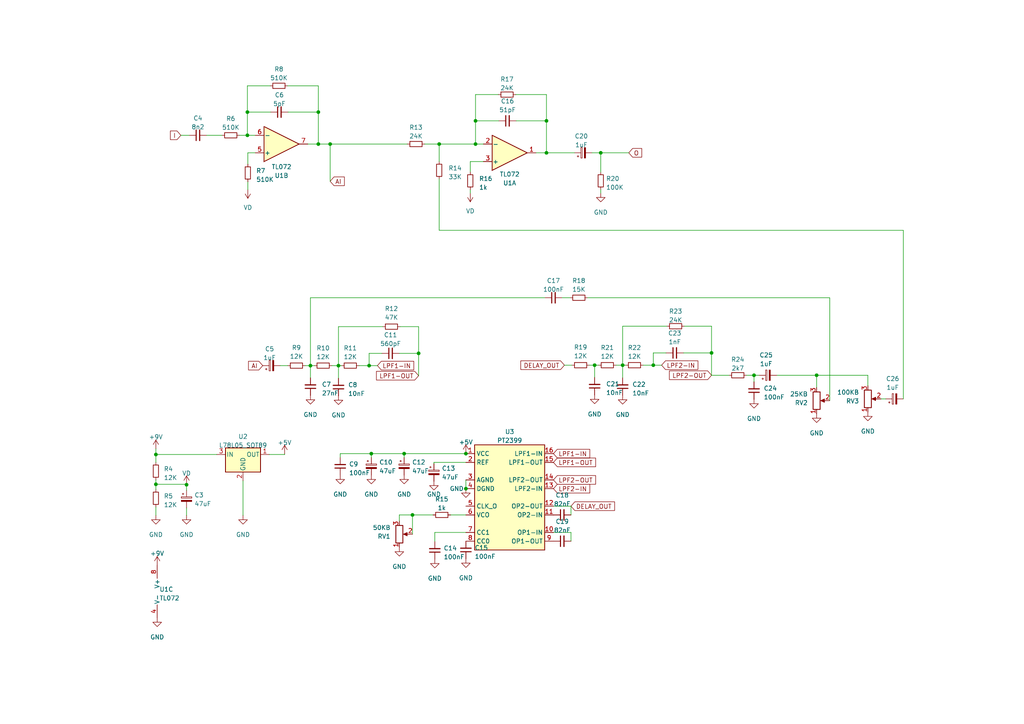
<source format=kicad_sch>
(kicad_sch (version 20230121) (generator eeschema)
  (paper "A4")
  (title_block (rev "${GIT_VERSION}"))
  (lib_symbols
    (symbol "Amplifier_Operational:TL072" (pin_names (offset 0.127))
      (property "Reference" "U" (at 0 5.08 0))
      (property "Value" "TL072" (at 0 -5.08 0))
      (symbol "TL072_1_1"
        (polyline (pts (xy -5.08 5.08) (xy 5.08 0) (xy -5.08 -5.08) (xy -5.08 5.08)) (stroke (width 0.254)) (fill (type background)))
        (pin output line (at 7.62 0 180) (length 2.54) (name "~") (number "1"))
        (pin input line (at -7.62 -2.54 0) (length 2.54) (name "-") (number "2"))
        (pin input line (at -7.62 2.54 0) (length 2.54) (name "+") (number "3"))
      )
      (symbol "TL072_2_1"
        (polyline (pts (xy -5.08 5.08) (xy 5.08 0) (xy -5.08 -5.08) (xy -5.08 5.08)) (stroke (width 0.254)) (fill (type background)))
        (pin input line (at -7.62 2.54 0) (length 2.54) (name "+") (number "5"))
        (pin input line (at -7.62 -2.54 0) (length 2.54) (name "-") (number "6"))
        (pin output line (at 7.62 0 180) (length 2.54) (name "~") (number "7"))
      )
      (symbol "TL072_3_1"
        (pin power_in line (at -2.54 -7.62 90) (length 3.81) (name "V-") (number "4"))
        (pin power_in line (at -2.54 7.62 270) (length 3.81) (name "V+") (number "8"))
      )
    )
    (symbol "Audio:PT2399"
      (property "Reference" "U" (at 0 17.78 0))
      (property "Value" "PT2399" (at 0 -17.78 0))
      (symbol "PT2399_0_1"
        (rectangle (start -10.16 15.24) (end 10.16 -15.24) (stroke (width 0.254)) (fill (type background)))
      )
      (symbol "PT2399_1_1"
        (pin power_in line (at -12.7 12.7 0) (length 2.54) (name "VCC") (number "1"))
        (pin input line (at 12.7 -10.16 180) (length 2.54) (name "OP1-IN") (number "10"))
        (pin input line (at 12.7 -5.08 180) (length 2.54) (name "OP2-IN") (number "11"))
        (pin output line (at 12.7 -2.54 180) (length 2.54) (name "OP2-OUT") (number "12"))
        (pin input line (at 12.7 2.54 180) (length 2.54) (name "LPF2-IN") (number "13"))
        (pin output line (at 12.7 5.08 180) (length 2.54) (name "LPF2-OUT") (number "14"))
        (pin output line (at 12.7 10.16 180) (length 2.54) (name "LPF1-OUT") (number "15"))
        (pin input line (at 12.7 12.7 180) (length 2.54) (name "LPF1-IN") (number "16"))
        (pin passive line (at -12.7 10.16 0) (length 2.54) (name "REF") (number "2"))
        (pin power_in line (at -12.7 5.08 0) (length 2.54) (name "AGND") (number "3"))
        (pin power_in line (at -12.7 2.54 0) (length 2.54) (name "DGND") (number "4"))
        (pin passive line (at -12.7 -2.54 0) (length 2.54) (name "CLK_O") (number "5"))
        (pin passive line (at -12.7 -5.08 0) (length 2.54) (name "VCO") (number "6"))
        (pin passive line (at -12.7 -10.16 0) (length 2.54) (name "CC1") (number "7"))
        (pin passive line (at -12.7 -12.7 0) (length 2.54) (name "CC0") (number "8"))
        (pin output line (at 12.7 -12.7 180) (length 2.54) (name "OP1-OUT") (number "9"))
      )
    )
    (symbol "Device:C_Polarized_Small" (pin_numbers hide) (pin_names (offset 0.254) hide)
      (property "Reference" "C" (at 0.254 1.778 0))
      (property "Value" "C_Polarized_Small" (at 0.254 -2.032 0))
      (symbol "C_Polarized_Small_0_1"
        (rectangle (start -1.524 -0.3048) (end 1.524 -0.6858) (fill (type outline)))
        (rectangle (start -1.524 0.6858) (end 1.524 0.3048))
        (polyline (pts (xy -1.27 1.524) (xy -0.762 1.524)))
        (polyline (pts (xy -1.016 1.27) (xy -1.016 1.778)))
      )
      (symbol "C_Polarized_Small_1_1"
        (pin passive line (at 0 2.54 270) (length 1.8542) (name "~") (number "1"))
        (pin passive line (at 0 -2.54 90) (length 1.8542) (name "~") (number "2"))
      )
    )
    (symbol "Device:C_Small" (pin_numbers hide) (pin_names (offset 0.254) hide)
      (property "Reference" "C" (at 0.254 1.778 0))
      (property "Value" "C_Small" (at 0.254 -2.032 0))
      (symbol "C_Small_0_1"
        (polyline (pts (xy -1.524 -0.508) (xy 1.524 -0.508)) (stroke (width 0.3302)))
        (polyline (pts (xy -1.524 0.508) (xy 1.524 0.508)) (stroke (width 0.3048)))
      )
      (symbol "C_Small_1_1"
        (pin passive line (at 0 2.54 270) (length 2.032) (name "~") (number "1"))
        (pin passive line (at 0 -2.54 90) (length 2.032) (name "~") (number "2"))
      )
    )
    (symbol "Device:R_Potentiometer" (pin_names (offset 1.016) hide)
      (property "Reference" "RV" (at -4.445 0 90))
      (property "Value" "R_Potentiometer" (at -2.54 0 90))
      (symbol "R_Potentiometer_0_1"
        (polyline (pts (xy 2.54 0) (xy 1.524 0)))
        (polyline (pts (xy 1.143 0) (xy 2.286 0.508) (xy 2.286 -0.508) (xy 1.143 0)) (fill (type outline)))
        (rectangle (start 1.016 2.54) (end -1.016 -2.54) (stroke (width 0.254)))
      )
      (symbol "R_Potentiometer_1_1"
        (pin passive line (at 0 3.81 270) (length 1.27) (name "1") (number "1"))
        (pin passive line (at 3.81 0 180) (length 1.27) (name "2") (number "2"))
        (pin passive line (at 0 -3.81 90) (length 1.27) (name "3") (number "3"))
      )
    )
    (symbol "Device:R_Small" (pin_numbers hide) (pin_names (offset 0.254) hide)
      (property "Reference" "R" (at 0.762 0.508 0))
      (property "Value" "R_Small" (at 0.762 -1.016 0))
      (symbol "R_Small_0_1"
        (rectangle (start -0.762 1.778) (end 0.762 -1.778) (stroke (width 0.2032)))
      )
      (symbol "R_Small_1_1"
        (pin passive line (at 0 2.54 270) (length 0.762) (name "~") (number "1"))
        (pin passive line (at 0 -2.54 90) (length 0.762) (name "~") (number "2"))
      )
    )
    (symbol "Regulator_Linear:L78L05_SOT89" (pin_names (offset 0.254))
      (property "Reference" "U" (at -3.81 3.175 0))
      (property "Value" "L78L05_SOT89" (at -0.635 3.175 0))
      (symbol "L78L05_SOT89_0_1"
        (rectangle (start -5.08 1.905) (end 5.08 -5.08) (stroke (width 0.254)) (fill (type background)))
      )
      (symbol "L78L05_SOT89_1_1"
        (pin power_out line (at 7.62 0 180) (length 2.54) (name "OUT") (number "1"))
        (pin power_in line (at 0 -7.62 90) (length 2.54) (name "GND") (number "2"))
        (pin power_in line (at -7.62 0 0) (length 2.54) (name "IN") (number "3"))
      )
    )
    (symbol "power:+5V" (power) (pin_names (offset 0))
      (property "Value" "+5V" (at 0 3.556 0))
      (symbol "+5V_0_1"
        (polyline (pts (xy -0.762 1.27) (xy 0 2.54)))
        (polyline (pts (xy 0 0) (xy 0 2.54)))
        (polyline (pts (xy 0 2.54) (xy 0.762 1.27)))
      )
      (symbol "+5V_1_1"
        (pin power_in line (at 0 0 90) (length 0) hide (name "+5V") (number "1"))
      )
    )
    (symbol "power:+9V" (power) (pin_names (offset 0))
      (property "Value" "+9V" (at 0 3.556 0))
      (symbol "+9V_0_1"
        (polyline (pts (xy -0.762 1.27) (xy 0 2.54)))
        (polyline (pts (xy 0 0) (xy 0 2.54)))
        (polyline (pts (xy 0 2.54) (xy 0.762 1.27)))
      )
      (symbol "+9V_1_1"
        (pin power_in line (at 0 0 90) (length 0) hide (name "+9V") (number "1"))
      )
    )
    (symbol "power:GND" (power) (pin_names (offset 0))
      (property "Value" "GND" (at 0 -3.81 0))
      (symbol "GND_0_1"
        (polyline (pts (xy 0 0) (xy 0 -1.27) (xy 1.27 -1.27) (xy 0 -2.54) (xy -1.27 -1.27) (xy 0 -1.27)))
      )
      (symbol "GND_1_1"
        (pin power_in line (at 0 0 270) (length 0) hide (name "GND") (number "1"))
      )
    )
    (symbol "power:VD" (power) (pin_names (offset 0))
      (property "Value" "VD" (at 0 3.81 0))
      (symbol "VD_0_1"
        (polyline (pts (xy -0.762 1.27) (xy 0 2.54)))
        (polyline (pts (xy 0 0) (xy 0 2.54)))
        (polyline (pts (xy 0 2.54) (xy 0.762 1.27)))
      )
      (symbol "VD_1_1"
        (pin power_in line (at 0 0 90) (length 0) hide (name "VD") (number "1"))
      )
    )
  )
  (junction (at 119.634 149.352))
  (junction (at 158.496 35.052))
  (junction (at 117.221 131.572))
  (junction (at 95.758 41.783))
  (junction (at 45.212 131.826))
  (junction (at 71.755 32.512))
  (junction (at 135.128 141.732))
  (junction (at 180.594 105.918))
  (junction (at 90.043 106.045))
  (junction (at 121.412 102.489))
  (junction (at 236.855 108.839))
  (junction (at 189.484 105.918))
  (junction (at 172.466 105.918))
  (junction (at 107.061 106.045))
  (junction (at 174.244 44.323))
  (junction (at 135.128 131.572))
  (junction (at 98.171 106.045))
  (junction (at 218.694 108.839))
  (junction (at 71.755 39.243))
  (junction (at 127.381 41.783))
  (junction (at 206.375 102.362))
  (junction (at 92.329 41.783))
  (junction (at 137.922 41.783))
  (junction (at 54.102 140.589))
  (junction (at 45.212 140.462))
  (junction (at 92.329 32.512))
  (junction (at 158.496 44.323))
  (junction (at 107.696 131.572))
  (junction (at 137.922 35.052))
  (wire (pts (xy 137.922 41.783) (xy 140.208 41.783)))
  (wire (pts (xy 74.041 44.323) (xy 71.882 44.323)))
  (wire (pts (xy 54.102 140.589) (xy 54.102 140.462)))
  (wire (pts (xy 149.733 35.052) (xy 158.496 35.052)))
  (wire (pts (xy 251.714 108.839) (xy 251.714 111.887)))
  (wire (pts (xy 95.758 41.783) (xy 118.11 41.783)))
  (wire (pts (xy 69.469 39.243) (xy 71.755 39.243)))
  (wire (pts (xy 171.704 44.323) (xy 174.244 44.323)))
  (wire (pts (xy 71.755 24.892) (xy 71.755 32.512)))
  (wire (pts (xy 96.266 106.045) (xy 98.171 106.045)))
  (wire (pts (xy 149.606 27.432) (xy 158.496 27.432)))
  (wire (pts (xy 136.398 46.863) (xy 136.398 49.911)))
  (wire (pts (xy 104.14 106.045) (xy 107.061 106.045)))
  (wire (pts (xy 186.563 105.918) (xy 189.484 105.918)))
  (wire (pts (xy 126.111 154.432) (xy 126.111 157.099)))
  (wire (pts (xy 225.298 108.839) (xy 236.855 108.839)))
  (wire (pts (xy 140.208 46.863) (xy 136.398 46.863)))
  (wire (pts (xy 98.171 106.045) (xy 98.171 109.728)))
  (wire (pts (xy 92.329 32.512) (xy 92.329 41.783)))
  (wire (pts (xy 193.421 94.615) (xy 180.594 94.615)))
  (wire (pts (xy 78.359 24.892) (xy 71.755 24.892)))
  (wire (pts (xy 157.988 86.36) (xy 90.043 86.36)))
  (wire (pts (xy 135.128 134.112) (xy 125.857 134.112)))
  (wire (pts (xy 71.882 52.705) (xy 71.882 54.991)))
  (wire (pts (xy 78.486 32.512) (xy 71.755 32.512)))
  (wire (pts (xy 130.683 149.352) (xy 135.128 149.352)))
  (wire (pts (xy 136.398 54.991) (xy 136.398 56.007)))
  (wire (pts (xy 115.824 149.352) (xy 115.824 151.13)))
  (wire (pts (xy 160.528 154.432) (xy 165.608 154.432)))
  (wire (pts (xy 125.603 149.352) (xy 119.634 149.352)))
  (wire (pts (xy 158.496 44.323) (xy 166.624 44.323)))
  (wire (pts (xy 206.375 94.615) (xy 206.375 102.362)))
  (wire (pts (xy 165.608 146.812) (xy 165.608 149.352)))
  (wire (pts (xy 115.824 102.489) (xy 121.412 102.489)))
  (wire (pts (xy 198.247 102.362) (xy 206.375 102.362)))
  (wire (pts (xy 98.679 132.715) (xy 98.679 131.572)))
  (wire (pts (xy 71.755 32.512) (xy 71.755 39.243)))
  (wire (pts (xy 90.043 106.045) (xy 91.186 106.045)))
  (wire (pts (xy 70.485 139.446) (xy 70.485 149.479)))
  (wire (pts (xy 127.381 41.783) (xy 127.381 46.863)))
  (wire (pts (xy 178.689 105.918) (xy 180.594 105.918)))
  (wire (pts (xy 54.102 142.24) (xy 54.102 140.589)))
  (wire (pts (xy 45.212 131.826) (xy 62.865 131.826)))
  (wire (pts (xy 125.857 134.112) (xy 125.857 134.493)))
  (wire (pts (xy 165.608 154.432) (xy 165.608 156.972)))
  (wire (pts (xy 116.078 94.742) (xy 121.412 94.742)))
  (wire (pts (xy 107.696 131.572) (xy 107.696 132.715)))
  (wire (pts (xy 82.55 131.826) (xy 82.55 131.699)))
  (wire (pts (xy 98.679 131.572) (xy 107.696 131.572)))
  (wire (pts (xy 98.171 106.045) (xy 99.06 106.045)))
  (wire (pts (xy 172.466 105.918) (xy 173.609 105.918)))
  (wire (pts (xy 172.466 105.918) (xy 172.466 109.474)))
  (wire (pts (xy 117.221 131.572) (xy 135.128 131.572)))
  (wire (pts (xy 45.212 139.192) (xy 45.212 140.462)))
  (wire (pts (xy 218.694 108.839) (xy 218.694 110.744)))
  (wire (pts (xy 92.329 24.892) (xy 92.329 32.512)))
  (wire (pts (xy 137.922 27.432) (xy 137.922 35.052)))
  (wire (pts (xy 262.001 115.697) (xy 262.001 66.802)))
  (wire (pts (xy 158.496 44.323) (xy 158.496 35.052)))
  (wire (pts (xy 236.855 108.839) (xy 236.855 112.395)))
  (wire (pts (xy 216.535 108.839) (xy 218.694 108.839)))
  (wire (pts (xy 135.128 139.192) (xy 135.128 141.732)))
  (wire (pts (xy 92.329 41.783) (xy 89.281 41.783)))
  (wire (pts (xy 137.922 35.052) (xy 137.922 41.783)))
  (wire (pts (xy 110.744 102.489) (xy 107.061 102.489)))
  (wire (pts (xy 71.882 44.323) (xy 71.882 47.625)))
  (wire (pts (xy 155.448 44.323) (xy 158.496 44.323)))
  (wire (pts (xy 262.001 66.802) (xy 127.381 66.802)))
  (wire (pts (xy 240.665 86.36) (xy 170.434 86.36)))
  (wire (pts (xy 59.944 39.243) (xy 64.389 39.243)))
  (wire (pts (xy 54.102 140.462) (xy 45.212 140.462)))
  (wire (pts (xy 198.501 94.615) (xy 206.375 94.615)))
  (wire (pts (xy 163.703 105.918) (xy 165.862 105.918)))
  (wire (pts (xy 180.594 94.615) (xy 180.594 105.918)))
  (wire (pts (xy 174.244 44.323) (xy 174.244 49.911)))
  (wire (pts (xy 123.19 41.783) (xy 127.381 41.783)))
  (wire (pts (xy 98.171 94.742) (xy 98.171 106.045)))
  (wire (pts (xy 52.451 39.243) (xy 54.864 39.243)))
  (wire (pts (xy 240.665 116.205) (xy 240.665 86.36)))
  (wire (pts (xy 117.221 131.572) (xy 117.221 132.715)))
  (wire (pts (xy 206.375 102.362) (xy 206.375 108.839)))
  (wire (pts (xy 189.484 105.918) (xy 191.897 105.918)))
  (wire (pts (xy 189.484 102.362) (xy 189.484 105.918)))
  (wire (pts (xy 163.068 86.36) (xy 165.354 86.36)))
  (wire (pts (xy 90.043 106.045) (xy 90.043 109.601)))
  (wire (pts (xy 121.412 102.489) (xy 121.412 108.966)))
  (wire (pts (xy 255.524 115.697) (xy 256.921 115.697)))
  (wire (pts (xy 107.061 102.489) (xy 107.061 106.045)))
  (wire (pts (xy 218.694 108.839) (xy 220.218 108.839)))
  (wire (pts (xy 206.375 108.839) (xy 211.455 108.839)))
  (wire (pts (xy 78.105 131.826) (xy 82.55 131.826)))
  (wire (pts (xy 193.167 102.362) (xy 189.484 102.362)))
  (wire (pts (xy 127.381 66.802) (xy 127.381 51.943)))
  (wire (pts (xy 45.212 130.175) (xy 45.212 131.826)))
  (wire (pts (xy 160.528 146.812) (xy 165.608 146.812)))
  (wire (pts (xy 144.653 35.052) (xy 137.922 35.052)))
  (wire (pts (xy 83.566 32.512) (xy 92.329 32.512)))
  (wire (pts (xy 119.634 149.352) (xy 115.824 149.352)))
  (wire (pts (xy 127.381 41.783) (xy 137.922 41.783)))
  (wire (pts (xy 174.244 56.007) (xy 174.244 54.991)))
  (wire (pts (xy 88.519 106.045) (xy 90.043 106.045)))
  (wire (pts (xy 180.594 105.918) (xy 181.483 105.918)))
  (wire (pts (xy 54.102 147.32) (xy 54.102 149.479)))
  (wire (pts (xy 174.244 44.323) (xy 182.372 44.323)))
  (wire (pts (xy 81.28 106.045) (xy 83.439 106.045)))
  (wire (pts (xy 95.758 52.578) (xy 95.758 41.783)))
  (wire (pts (xy 180.594 105.918) (xy 180.594 109.601)))
  (wire (pts (xy 144.526 27.432) (xy 137.922 27.432)))
  (wire (pts (xy 119.634 149.352) (xy 119.634 154.94)))
  (wire (pts (xy 90.043 86.36) (xy 90.043 106.045)))
  (wire (pts (xy 45.212 140.462) (xy 45.212 141.986)))
  (wire (pts (xy 71.755 39.243) (xy 74.041 39.243)))
  (wire (pts (xy 83.439 24.892) (xy 92.329 24.892)))
  (wire (pts (xy 158.496 27.432) (xy 158.496 35.052)))
  (wire (pts (xy 45.212 147.066) (xy 45.212 149.479)))
  (wire (pts (xy 107.061 106.045) (xy 109.474 106.045)))
  (wire (pts (xy 236.855 108.839) (xy 251.714 108.839)))
  (wire (pts (xy 45.212 131.826) (xy 45.212 134.112)))
  (wire (pts (xy 107.696 131.572) (xy 117.221 131.572)))
  (wire (pts (xy 135.128 154.432) (xy 126.111 154.432)))
  (wire (pts (xy 170.942 105.918) (xy 172.466 105.918)))
  (wire (pts (xy 121.412 94.742) (xy 121.412 102.489)))
  (wire (pts (xy 110.998 94.742) (xy 98.171 94.742)))
  (wire (pts (xy 92.329 41.783) (xy 95.758 41.783)))
  (global_label "I" (shape input) (at 52.451 39.243 180) (property "Intersheetrefs" "${INTERSHEET_REFS}" (effects hide)))
  (global_label "AI" (shape input) (at 76.2 106.045 180) (property "Intersheetrefs" "${INTERSHEET_REFS}" (effects hide)))
  (global_label "LPF1-IN" (shape input) (at 160.528 131.572 0) (property "Intersheetrefs" "${INTERSHEET_REFS}" (effects hide)))
  (global_label "DELAY_OUT" (shape input) (at 165.608 146.812 0) (property "Intersheetrefs" "${INTERSHEET_REFS}" (effects hide)))
  (global_label "LPF2-IN" (shape input) (at 191.897 105.918 0) (property "Intersheetrefs" "${INTERSHEET_REFS}" (effects hide)))
  (global_label "LPF1-IN" (shape input) (at 109.474 106.045 0) (property "Intersheetrefs" "${INTERSHEET_REFS}" (effects hide)))
  (global_label "O" (shape input) (at 182.372 44.323 0) (property "Intersheetrefs" "${INTERSHEET_REFS}" (effects hide)))
  (global_label "DELAY_OUT" (shape input) (at 163.703 105.918 180) (property "Intersheetrefs" "${INTERSHEET_REFS}" (effects hide)))
  (global_label "LPF1-OUT" (shape input) (at 121.412 108.966 180) (property "Intersheetrefs" "${INTERSHEET_REFS}" (effects hide)))
  (global_label "LPF1-OUT" (shape input) (at 160.528 134.112 0) (property "Intersheetrefs" "${INTERSHEET_REFS}" (effects hide)))
  (global_label "LPF2-OUT" (shape input) (at 160.528 139.192 0) (property "Intersheetrefs" "${INTERSHEET_REFS}" (effects hide)))
  (global_label "LPF2-OUT" (shape input) (at 206.375 108.839 180) (property "Intersheetrefs" "${INTERSHEET_REFS}" (effects hide)))
  (global_label "AI" (shape input) (at 95.758 52.578 0) (property "Intersheetrefs" "${INTERSHEET_REFS}" (effects hide)))
  (global_label "LPF2-IN" (shape input) (at 160.528 141.732 0) (property "Intersheetrefs" "${INTERSHEET_REFS}" (effects hide)))
  (symbol (lib_id "Device:C_Small") (at 163.068 149.352 90) (unit 1)
    (property "Reference" "C18" (at 163.0743 143.637 90))
    (property "Value" "82nF" (at 163.0743 146.177 90))
    (property "Footprint" "Capacitor_SMD:C_0805_2012Metric_Pad1.18x1.45mm_HandSolder" (effects hide))
  )
  (symbol (lib_id "Amplifier_Operational:TL072") (at 48.133 171.577 0) (unit 3)
    (property "Reference" "U1" (at 46.228 170.942 0) (effects (justify left)))
    (property "Value" "TL072" (at 46.228 173.482 0) (effects (justify left)))
    (property "Footprint" "Package_SO:SOIC-8_3.9x4.9mm_P1.27mm" (effects hide))
    (property "Datasheet" "http://www.ti.com/lit/ds/symlink/tl071.pdf" (effects hide))
  )
  (symbol (lib_id "Device:R_Small") (at 66.929 39.243 90) (unit 1)
    (property "Reference" "R6" (at 66.929 34.417 90))
    (property "Value" "510K" (at 66.929 36.957 90))
    (property "Footprint" "Resistor_SMD:R_0805_2012Metric_Pad1.20x1.40mm_HandSolder" (effects hide))
  )
  (symbol (lib_id "Device:C_Small") (at 98.171 112.268 180) (unit 1)
    (property "Reference" "C8" (at 100.965 111.6266 0) (effects (justify right)))
    (property "Value" "10nF" (at 100.965 114.1666 0) (effects (justify right)))
    (property "Footprint" "Capacitor_SMD:C_0805_2012Metric_Pad1.18x1.45mm_HandSolder" (effects hide))
  )
  (symbol (lib_id "Device:R_Small") (at 120.65 41.783 90) (unit 1)
    (property "Reference" "R13" (at 120.65 36.957 90))
    (property "Value" "24K" (at 120.65 39.497 90))
    (property "Footprint" "Resistor_SMD:R_0805_2012Metric_Pad1.20x1.40mm_HandSolder" (effects hide))
  )
  (symbol (lib_id "Device:C_Small") (at 126.111 159.639 180) (unit 1)
    (property "Reference" "C14" (at 128.651 158.9976 0) (effects (justify right)))
    (property "Value" "100nF" (at 128.651 161.5376 0) (effects (justify right)))
    (property "Footprint" "Capacitor_SMD:C_0805_2012Metric_Pad1.18x1.45mm_HandSolder" (effects hide))
  )
  (symbol (lib_id "Device:C_Small") (at 180.594 112.141 180) (unit 1)
    (property "Reference" "C22" (at 183.388 111.4996 0) (effects (justify right)))
    (property "Value" "10nF" (at 183.388 114.0396 0) (effects (justify right)))
    (property "Footprint" "Capacitor_SMD:C_0805_2012Metric_Pad1.18x1.45mm_HandSolder" (effects hide))
  )
  (symbol (lib_id "Device:R_Small") (at 113.538 94.742 90) (unit 1)
    (property "Reference" "R12" (at 113.538 89.535 90))
    (property "Value" "47K" (at 113.538 92.075 90))
    (property "Footprint" "Resistor_SMD:R_0805_2012Metric_Pad1.20x1.40mm_HandSolder" (effects hide))
  )
  (symbol (lib_id "Device:R_Small") (at 168.402 105.918 90) (unit 1)
    (property "Reference" "R19" (at 168.402 100.711 90))
    (property "Value" "12K" (at 168.402 103.251 90))
    (property "Footprint" "Resistor_SMD:R_0805_2012Metric_Pad1.20x1.40mm_HandSolder" (effects hide))
  )
  (symbol (lib_id "Device:C_Small") (at 160.528 86.36 90) (unit 1)
    (property "Reference" "C17" (at 160.5343 81.407 90))
    (property "Value" "100nF" (at 160.5343 83.947 90))
    (property "Footprint" "Capacitor_SMD:C_0805_2012Metric_Pad1.18x1.45mm_HandSolder" (effects hide))
  )
  (symbol (lib_id "power:+9V") (at 45.593 163.957 0) (unit 1)
    (property "Reference" "#PWR018" (effects hide))
    (property "Value" "+9V" (at 45.593 160.528 0))
  )
  (symbol (lib_id "power:GND") (at 236.855 120.015 0) (unit 1)
    (property "Reference" "#PWR041" (effects hide))
    (property "Value" "GND" (at 236.855 125.603 0))
  )
  (symbol (lib_id "Device:R_Small") (at 93.726 106.045 90) (unit 1)
    (property "Reference" "R10" (at 93.726 100.965 90))
    (property "Value" "12K" (at 93.726 103.505 90))
    (property "Footprint" "Resistor_SMD:R_0805_2012Metric_Pad1.20x1.40mm_HandSolder" (effects hide))
  )
  (symbol (lib_id "Device:C_Small") (at 163.068 156.972 90) (unit 1)
    (property "Reference" "C19" (at 163.0743 151.257 90))
    (property "Value" "82nF" (at 163.0743 153.797 90))
    (property "Footprint" "Capacitor_SMD:C_0805_2012Metric_Pad1.18x1.45mm_HandSolder" (effects hide))
  )
  (symbol (lib_id "Device:C_Polarized_Small") (at 125.857 137.033 0) (unit 1)
    (property "Reference" "C13" (at 128.143 135.8519 0) (effects (justify left)))
    (property "Value" "47uF" (at 128.143 138.3919 0) (effects (justify left)))
    (property "Footprint" "Capacitor_THT:CP_Radial_D5.0mm_P2.50mm" (effects hide))
  )
  (symbol (lib_id "Device:R_Small") (at 71.882 50.165 180) (unit 1)
    (property "Reference" "R7" (at 74.295 49.53 0) (effects (justify right)))
    (property "Value" "510K" (at 74.295 52.07 0) (effects (justify right)))
    (property "Footprint" "Resistor_SMD:R_0805_2012Metric_Pad1.20x1.40mm_HandSolder" (effects hide))
  )
  (symbol (lib_id "power:GND") (at 115.824 158.75 0) (unit 1)
    (property "Reference" "#PWR029" (effects hide))
    (property "Value" "GND" (at 115.824 164.338 0))
  )
  (symbol (lib_id "Device:R_Potentiometer") (at 236.855 116.205 0) (mirror x) (unit 1)
    (property "Reference" "RV2" (at 234.315 116.84 0) (effects (justify right)))
    (property "Value" "25KB" (at 234.315 114.3 0) (effects (justify right)))
    (property "Footprint" "Potentiometer_THT:Potentiometer_Alpha_RD901F-40-00D_Single_Vertical" (effects hide))
  )
  (symbol (lib_id "Device:R_Small") (at 213.995 108.839 90) (unit 1)
    (property "Reference" "R24" (at 213.995 104.267 90))
    (property "Value" "2k7" (at 213.995 106.807 90))
    (property "Footprint" "Resistor_SMD:R_0805_2012Metric_Pad1.20x1.40mm_HandSolder" (effects hide))
  )
  (symbol (lib_id "Device:C_Small") (at 218.694 113.284 180) (unit 1)
    (property "Reference" "C24" (at 221.488 112.6426 0) (effects (justify right)))
    (property "Value" "100nF" (at 221.488 115.1826 0) (effects (justify right)))
    (property "Footprint" "Capacitor_SMD:C_0805_2012Metric_Pad1.18x1.45mm_HandSolder" (effects hide))
  )
  (symbol (lib_id "power:VD") (at 71.882 54.991 180) (unit 1)
    (property "Reference" "#PWR023" (effects hide))
    (property "Value" "VD" (at 71.882 60.198 0))
  )
  (symbol (lib_id "power:GND") (at 218.694 115.824 0) (unit 1)
    (property "Reference" "#PWR040" (effects hide))
    (property "Value" "GND" (at 218.694 121.412 0))
  )
  (symbol (lib_id "Device:C_Small") (at 172.466 112.014 180) (unit 1)
    (property "Reference" "C21" (at 175.768 111.3726 0) (effects (justify right)))
    (property "Value" "10nF" (at 175.768 113.9126 0) (effects (justify right)))
    (property "Footprint" "Capacitor_SMD:C_0805_2012Metric_Pad1.18x1.45mm_HandSolder" (effects hide))
  )
  (symbol (lib_id "Regulator_Linear:L78L05_SOT89") (at 70.485 131.826 0) (unit 1)
    (property "Reference" "U2" (at 70.485 126.619 0))
    (property "Value" "L78L05_SOT89" (at 70.485 129.159 0))
    (property "Footprint" "Package_TO_SOT_SMD:SOT-89-3" (effects hide))
    (property "Datasheet" "http://www.st.com/content/ccc/resource/technical/document/datasheet/15/55/e5/aa/23/5b/43/fd/CD00000446.pdf/files/CD00000446.pdf/jcr:content/translations/en.CD00000446.pdf" (effects hide))
  )
  (symbol (lib_id "power:GND") (at 70.485 149.479 0) (unit 1)
    (property "Reference" "#PWR022" (effects hide))
    (property "Value" "GND" (at 70.485 155.067 0))
  )
  (symbol (lib_id "power:GND") (at 125.857 139.573 0) (unit 1)
    (property "Reference" "#PWR031" (effects hide))
    (property "Value" "GND" (at 125.857 143.383 0))
  )
  (symbol (lib_id "Device:C_Small") (at 90.043 112.141 180) (unit 1)
    (property "Reference" "C7" (at 93.345 111.4996 0) (effects (justify right)))
    (property "Value" "27nF" (at 93.345 114.0396 0) (effects (justify right)))
    (property "Footprint" "Capacitor_SMD:C_0805_2012Metric_Pad1.18x1.45mm_HandSolder" (effects hide))
  )
  (symbol (lib_id "power:VD") (at 54.102 140.589 0) (unit 1)
    (property "Reference" "#PWR020" (effects hide))
    (property "Value" "VD" (at 54.102 137.287 0))
  )
  (symbol (lib_id "Device:C_Small") (at 147.193 35.052 90) (unit 1)
    (property "Reference" "C16" (at 147.1993 29.337 90))
    (property "Value" "51pF" (at 147.1993 31.877 90))
    (property "Footprint" "Capacitor_SMD:C_0805_2012Metric_Pad1.18x1.45mm_HandSolder" (effects hide))
  )
  (symbol (lib_id "power:GND") (at 54.102 149.479 0) (unit 1)
    (property "Reference" "#PWR021" (effects hide))
    (property "Value" "GND" (at 54.102 155.067 0))
  )
  (symbol (lib_id "Device:C_Small") (at 135.128 159.512 180) (unit 1)
    (property "Reference" "C15" (at 137.668 158.8706 0) (effects (justify right)))
    (property "Value" "100nF" (at 137.668 161.4106 0) (effects (justify right)))
    (property "Footprint" "Capacitor_SMD:C_0805_2012Metric_Pad1.18x1.45mm_HandSolder" (effects hide))
  )
  (symbol (lib_id "Device:R_Small") (at 167.894 86.36 90) (unit 1)
    (property "Reference" "R18" (at 167.894 81.407 90))
    (property "Value" "15K" (at 167.894 83.947 90))
    (property "Footprint" "Resistor_SMD:R_0805_2012Metric_Pad1.20x1.40mm_HandSolder" (effects hide))
  )
  (symbol (lib_id "power:GND") (at 135.128 162.052 0) (unit 1)
    (property "Reference" "#PWR035" (effects hide))
    (property "Value" "GND" (at 135.128 167.64 0))
  )
  (symbol (lib_id "Device:R_Small") (at 176.149 105.918 90) (unit 1)
    (property "Reference" "R21" (at 176.149 100.838 90))
    (property "Value" "12K" (at 176.149 103.378 90))
    (property "Footprint" "Resistor_SMD:R_0805_2012Metric_Pad1.20x1.40mm_HandSolder" (effects hide))
  )
  (symbol (lib_id "Device:R_Small") (at 136.398 52.451 180) (unit 1)
    (property "Reference" "R16" (at 138.938 51.816 0) (effects (justify right)))
    (property "Value" "1k" (at 138.938 54.356 0) (effects (justify right)))
    (property "Footprint" "Resistor_SMD:R_0805_2012Metric_Pad1.20x1.40mm_HandSolder" (effects hide))
  )
  (symbol (lib_id "Device:C_Small") (at 113.284 102.489 90) (unit 1)
    (property "Reference" "C11" (at 113.2903 97.155 90))
    (property "Value" "560pF" (at 113.2903 99.695 90))
    (property "Footprint" "Capacitor_SMD:C_0805_2012Metric_Pad1.18x1.45mm_HandSolder" (effects hide))
  )
  (symbol (lib_id "Device:R_Small") (at 184.023 105.918 90) (unit 1)
    (property "Reference" "R22" (at 184.023 100.838 90))
    (property "Value" "12K" (at 184.023 103.378 90))
    (property "Footprint" "Resistor_SMD:R_0805_2012Metric_Pad1.20x1.40mm_HandSolder" (effects hide))
  )
  (symbol (lib_id "Device:R_Small") (at 174.244 52.451 180) (unit 1)
    (property "Reference" "R20" (at 175.768 51.816 0) (effects (justify right)))
    (property "Value" "100K" (at 175.768 54.356 0) (effects (justify right)))
    (property "Footprint" "Resistor_SMD:R_0805_2012Metric_Pad1.20x1.40mm_HandSolder" (effects hide))
  )
  (symbol (lib_id "power:GND") (at 135.128 141.732 0) (unit 1)
    (property "Reference" "#PWR034" (effects hide))
    (property "Value" "GND" (at 132.461 141.732 0))
  )
  (symbol (lib_id "Device:C_Polarized_Small") (at 107.696 135.255 0) (unit 1)
    (property "Reference" "C10" (at 109.982 134.0739 0) (effects (justify left)))
    (property "Value" "47uF" (at 109.982 136.6139 0) (effects (justify left)))
    (property "Footprint" "Capacitor_THT:CP_Radial_D5.0mm_P2.50mm" (effects hide))
  )
  (symbol (lib_id "power:+5V") (at 82.55 131.699 0) (unit 1)
    (property "Reference" "#PWR024" (effects hide))
    (property "Value" "+5V" (at 82.55 128.397 0))
  )
  (symbol (lib_id "Device:R_Small") (at 127.381 49.403 180) (unit 1)
    (property "Reference" "R14" (at 130.048 48.768 0) (effects (justify right)))
    (property "Value" "33K" (at 130.048 51.308 0) (effects (justify right)))
    (property "Footprint" "Resistor_SMD:R_0805_2012Metric_Pad1.20x1.40mm_HandSolder" (effects hide))
  )
  (symbol (lib_id "power:+9V") (at 45.212 130.175 0) (unit 1)
    (property "Reference" "#PWR016" (effects hide))
    (property "Value" "+9V" (at 45.212 126.746 0))
  )
  (symbol (lib_id "Device:R_Small") (at 195.961 94.615 90) (unit 1)
    (property "Reference" "R23" (at 195.961 90.297 90))
    (property "Value" "24K" (at 195.961 92.837 90))
    (property "Footprint" "Resistor_SMD:R_0805_2012Metric_Pad1.20x1.40mm_HandSolder" (effects hide))
  )
  (symbol (lib_id "power:GND") (at 180.594 114.681 0) (unit 1)
    (property "Reference" "#PWR039" (effects hide))
    (property "Value" "GND" (at 180.594 120.269 0))
  )
  (symbol (lib_id "Device:C_Small") (at 98.679 135.255 180) (unit 1)
    (property "Reference" "C9" (at 101.219 134.6136 0) (effects (justify right)))
    (property "Value" "100nF" (at 101.219 137.1536 0) (effects (justify right)))
    (property "Footprint" "Capacitor_SMD:C_0805_2012Metric_Pad1.18x1.45mm_HandSolder" (effects hide))
  )
  (symbol (lib_id "Device:C_Polarized_Small") (at 222.758 108.839 90) (unit 1)
    (property "Reference" "C25" (at 222.2119 102.997 90))
    (property "Value" "1uF" (at 222.2119 105.537 90))
    (property "Footprint" "Capacitor_THT:CP_Radial_D5.0mm_P2.50mm" (effects hide))
  )
  (symbol (lib_id "power:GND") (at 107.696 137.795 0) (unit 1)
    (property "Reference" "#PWR028" (effects hide))
    (property "Value" "GND" (at 107.696 143.383 0))
  )
  (symbol (lib_id "power:GND") (at 45.593 179.197 0) (unit 1)
    (property "Reference" "#PWR019" (effects hide))
    (property "Value" "GND" (at 45.593 184.785 0))
  )
  (symbol (lib_id "power:GND") (at 90.043 114.681 0) (unit 1)
    (property "Reference" "#PWR025" (effects hide))
    (property "Value" "GND" (at 90.043 120.269 0))
  )
  (symbol (lib_id "Amplifier_Operational:TL072") (at 81.661 41.783 0) (mirror x) (unit 2)
    (property "Reference" "U1" (at 81.661 50.927 0))
    (property "Value" "TL072" (at 81.661 48.387 0))
    (property "Footprint" "Package_SO:SOIC-8_3.9x4.9mm_P1.27mm" (effects hide))
    (property "Datasheet" "http://www.ti.com/lit/ds/symlink/tl071.pdf" (effects hide))
  )
  (symbol (lib_id "Device:R_Potentiometer") (at 251.714 115.697 0) (mirror x) (unit 1)
    (property "Reference" "RV3" (at 249.174 116.332 0) (effects (justify right)))
    (property "Value" "100KB" (at 249.174 113.792 0) (effects (justify right)))
    (property "Footprint" "Potentiometer_THT:Potentiometer_Alpha_RD901F-40-00D_Single_Vertical" (effects hide))
  )
  (symbol (lib_id "power:+5V") (at 135.128 131.572 0) (unit 1)
    (property "Reference" "#PWR033" (effects hide))
    (property "Value" "+5V" (at 135.128 128.27 0))
  )
  (symbol (lib_id "power:GND") (at 126.111 162.179 0) (unit 1)
    (property "Reference" "#PWR032" (effects hide))
    (property "Value" "GND" (at 126.111 167.767 0))
  )
  (symbol (lib_id "power:GND") (at 251.714 119.507 0) (unit 1)
    (property "Reference" "#PWR042" (effects hide))
    (property "Value" "GND" (at 251.714 125.095 0))
  )
  (symbol (lib_id "power:GND") (at 172.466 114.554 0) (unit 1)
    (property "Reference" "#PWR037" (effects hide))
    (property "Value" "GND" (at 172.466 120.142 0))
  )
  (symbol (lib_id "Audio:PT2399") (at 147.828 144.272 0) (unit 1)
    (property "Reference" "U3" (at 147.828 125.222 0))
    (property "Value" "PT2399" (at 147.828 127.762 0))
    (property "Footprint" "Package_SO:SOIC-16_3.9x9.9mm_P1.27mm" (effects hide))
    (property "Datasheet" "http://sound.westhost.com/pt2399.pdf" (effects hide))
  )
  (symbol (lib_id "Device:C_Small") (at 195.707 102.362 90) (unit 1)
    (property "Reference" "C23" (at 195.7133 96.647 90))
    (property "Value" "1nF" (at 195.7133 99.187 90))
    (property "Footprint" "Capacitor_SMD:C_0805_2012Metric_Pad1.18x1.45mm_HandSolder" (effects hide))
  )
  (symbol (lib_id "power:GND") (at 98.679 137.795 0) (unit 1)
    (property "Reference" "#PWR027" (effects hide))
    (property "Value" "GND" (at 98.679 143.383 0))
  )
  (symbol (lib_id "power:VD") (at 136.398 56.007 180) (unit 1)
    (property "Reference" "#PWR036" (effects hide))
    (property "Value" "VD" (at 136.398 61.214 0))
  )
  (symbol (lib_id "Device:R_Small") (at 80.899 24.892 90) (unit 1)
    (property "Reference" "R8" (at 80.899 20.066 90))
    (property "Value" "510K" (at 80.899 22.606 90))
    (property "Footprint" "Resistor_SMD:R_0805_2012Metric_Pad1.20x1.40mm_HandSolder" (effects hide))
  )
  (symbol (lib_id "Device:R_Potentiometer") (at 115.824 154.94 0) (mirror x) (unit 1)
    (property "Reference" "RV1" (at 113.284 155.575 0) (effects (justify right)))
    (property "Value" "50KB" (at 113.284 153.035 0) (effects (justify right)))
    (property "Footprint" "Potentiometer_THT:Potentiometer_Alpha_RD901F-40-00D_Single_Vertical" (effects hide))
  )
  (symbol (lib_id "Device:R_Small") (at 101.6 106.045 90) (unit 1)
    (property "Reference" "R11" (at 101.6 100.965 90))
    (property "Value" "12K" (at 101.6 103.505 90))
    (property "Footprint" "Resistor_SMD:R_0805_2012Metric_Pad1.20x1.40mm_HandSolder" (effects hide))
  )
  (symbol (lib_id "Amplifier_Operational:TL072") (at 147.828 44.323 0) (mirror x) (unit 1)
    (property "Reference" "U1" (at 147.828 53.086 0))
    (property "Value" "TL072" (at 147.828 50.546 0))
    (property "Footprint" "Package_SO:SOIC-8_3.9x4.9mm_P1.27mm" (effects hide))
    (property "Datasheet" "http://www.ti.com/lit/ds/symlink/tl071.pdf" (effects hide))
  )
  (symbol (lib_id "Device:C_Polarized_Small") (at 117.221 135.255 0) (unit 1)
    (property "Reference" "C12" (at 119.507 134.0739 0) (effects (justify left)))
    (property "Value" "47uF" (at 119.507 136.6139 0) (effects (justify left)))
    (property "Footprint" "Capacitor_THT:CP_Radial_D5.0mm_P2.50mm" (effects hide))
  )
  (symbol (lib_id "power:GND") (at 98.171 114.808 0) (unit 1)
    (property "Reference" "#PWR026" (effects hide))
    (property "Value" "GND" (at 98.171 120.396 0))
  )
  (symbol (lib_id "Device:C_Polarized_Small") (at 169.164 44.323 90) (unit 1)
    (property "Reference" "C20" (at 168.6179 39.497 90))
    (property "Value" "1uF" (at 168.6179 42.037 90))
    (property "Footprint" "Capacitor_THT:CP_Radial_D5.0mm_P2.50mm" (effects hide))
  )
  (symbol (lib_id "Device:R_Small") (at 45.212 144.526 0) (unit 1)
    (property "Reference" "R5" (at 47.498 143.891 0) (effects (justify left)))
    (property "Value" "12K" (at 47.498 146.431 0) (effects (justify left)))
    (property "Footprint" "Resistor_SMD:R_0805_2012Metric_Pad1.20x1.40mm_HandSolder" (effects hide))
  )
  (symbol (lib_id "Device:R_Small") (at 85.979 106.045 90) (unit 1)
    (property "Reference" "R9" (at 85.979 100.838 90))
    (property "Value" "12K" (at 85.979 103.378 90))
    (property "Footprint" "Resistor_SMD:R_0805_2012Metric_Pad1.20x1.40mm_HandSolder" (effects hide))
  )
  (symbol (lib_id "power:GND") (at 117.221 137.795 0) (unit 1)
    (property "Reference" "#PWR030" (effects hide))
    (property "Value" "GND" (at 117.221 143.383 0))
  )
  (symbol (lib_id "Device:C_Polarized_Small") (at 78.74 106.045 90) (unit 1)
    (property "Reference" "C5" (at 78.1939 101.219 90))
    (property "Value" "1uF" (at 78.1939 103.759 90))
    (property "Footprint" "Capacitor_THT:CP_Radial_D5.0mm_P2.50mm" (effects hide))
  )
  (symbol (lib_id "Device:R_Small") (at 45.212 136.652 0) (unit 1)
    (property "Reference" "R4" (at 47.498 136.017 0) (effects (justify left)))
    (property "Value" "12K" (at 47.498 138.557 0) (effects (justify left)))
    (property "Footprint" "Resistor_SMD:R_0805_2012Metric_Pad1.20x1.40mm_HandSolder" (effects hide))
  )
  (symbol (lib_id "Device:R_Small") (at 128.143 149.352 270) (unit 1)
    (property "Reference" "R15" (at 128.143 144.78 90))
    (property "Value" "1k" (at 128.143 147.32 90))
    (property "Footprint" "Resistor_SMD:R_0805_2012Metric_Pad1.20x1.40mm_HandSolder" (effects hide))
  )
  (symbol (lib_id "power:GND") (at 45.212 149.479 0) (unit 1)
    (property "Reference" "#PWR017" (effects hide))
    (property "Value" "GND" (at 45.212 155.067 0))
  )
  (symbol (lib_id "Device:C_Polarized_Small") (at 259.461 115.697 90) (unit 1)
    (property "Reference" "C26" (at 258.9149 109.855 90))
    (property "Value" "1uF" (at 258.9149 112.395 90))
    (property "Footprint" "Capacitor_SMD:C_0805_2012Metric_Pad1.18x1.45mm_HandSolder" (effects hide))
  )
  (symbol (lib_id "Device:C_Polarized_Small") (at 54.102 144.78 0) (unit 1)
    (property "Reference" "C3" (at 56.388 143.5989 0) (effects (justify left)))
    (property "Value" "47uF" (at 56.388 146.1389 0) (effects (justify left)))
    (property "Footprint" "Capacitor_THT:CP_Radial_D5.0mm_P2.50mm" (effects hide))
  )
  (symbol (lib_id "Device:R_Small") (at 147.066 27.432 90) (unit 1)
    (property "Reference" "R17" (at 147.066 22.987 90))
    (property "Value" "24K" (at 147.066 25.527 90))
    (property "Footprint" "Resistor_SMD:R_0805_2012Metric_Pad1.20x1.40mm_HandSolder" (effects hide))
  )
  (symbol (lib_id "Device:C_Small") (at 57.404 39.243 90) (unit 1)
    (property "Reference" "C4" (at 57.4103 34.29 90))
    (property "Value" "8n2" (at 57.4103 36.83 90))
    (property "Footprint" "Capacitor_SMD:C_0805_2012Metric_Pad1.18x1.45mm_HandSolder" (effects hide))
  )
  (symbol (lib_id "power:GND") (at 174.244 56.007 0) (unit 1)
    (property "Reference" "#PWR038" (effects hide))
    (property "Value" "GND" (at 174.244 61.595 0))
  )
  (symbol (lib_id "Device:C_Small") (at 81.026 32.512 90) (unit 1)
    (property "Reference" "C6" (at 81.0323 27.559 90))
    (property "Value" "5pF" (at 81.0323 30.099 90))
    (property "Footprint" "Capacitor_SMD:C_0805_2012Metric_Pad1.18x1.45mm_HandSolder" (effects hide))
  )
  (sheet (at 21.59 246.38) (size 59.69 39.37) (stroke (width 0.1524))
    (property "Sheetname" "Hardware" (at 21.59 245.6684 0) (effects (justify left bottom)))
    (property "Sheetfile" "untitled.kicad_sch" (at 21.59 286.3346 0) (effects (justify left top)))
  )
)
</source>
